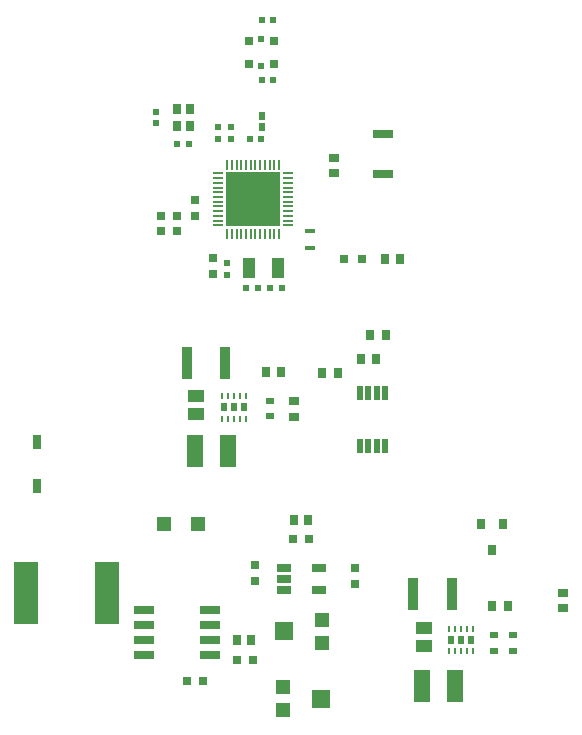
<source format=gtp>
G04*
G04 #@! TF.GenerationSoftware,Altium Limited,Altium Designer,19.1.8 (144)*
G04*
G04 Layer_Color=8421504*
%FSLAX25Y25*%
%MOIN*%
G70*
G01*
G75*
%ADD19R,0.02488X0.02976*%
%ADD20R,0.02953X0.03150*%
%ADD21R,0.01968X0.02284*%
%ADD22R,0.01968X0.02559*%
%ADD23R,0.02362X0.01968*%
G04:AMPARAMS|DCode=24|XSize=9.84mil|YSize=19.68mil|CornerRadius=1.97mil|HoleSize=0mil|Usage=FLASHONLY|Rotation=180.000|XOffset=0mil|YOffset=0mil|HoleType=Round|Shape=RoundedRectangle|*
%AMROUNDEDRECTD24*
21,1,0.00984,0.01575,0,0,180.0*
21,1,0.00591,0.01968,0,0,180.0*
1,1,0.00394,-0.00295,0.00787*
1,1,0.00394,0.00295,0.00787*
1,1,0.00394,0.00295,-0.00787*
1,1,0.00394,-0.00295,-0.00787*
%
%ADD24ROUNDEDRECTD24*%
%ADD25R,0.03347X0.02953*%
%ADD26R,0.02756X0.03347*%
%ADD27R,0.03150X0.02362*%
%ADD28R,0.02756X0.03543*%
%ADD29R,0.03543X0.02756*%
%ADD30R,0.01968X0.02362*%
%ADD31R,0.02953X0.03150*%
%ADD32R,0.03150X0.02953*%
%ADD33R,0.06693X0.03150*%
%ADD34R,0.01968X0.04528*%
%ADD35R,0.02953X0.03347*%
%ADD36R,0.03150X0.03543*%
%ADD37R,0.03150X0.03150*%
%ADD38R,0.03347X0.01772*%
%ADD39R,0.03071X0.03465*%
%ADD40R,0.03937X0.07087*%
%ADD41O,0.00787X0.03740*%
%ADD42O,0.03740X0.00787*%
%ADD43R,0.18110X0.18110*%
%ADD44R,0.05315X0.04134*%
%ADD45R,0.03740X0.10630*%
%ADD46R,0.05512X0.10630*%
%ADD47R,0.02756X0.04724*%
%ADD48R,0.07874X0.20866*%
G04:AMPARAMS|DCode=49|XSize=25.59mil|YSize=47.24mil|CornerRadius=1.92mil|HoleSize=0mil|Usage=FLASHONLY|Rotation=90.000|XOffset=0mil|YOffset=0mil|HoleType=Round|Shape=RoundedRectangle|*
%AMROUNDEDRECTD49*
21,1,0.02559,0.04341,0,0,90.0*
21,1,0.02175,0.04724,0,0,90.0*
1,1,0.00384,0.02170,0.01088*
1,1,0.00384,0.02170,-0.01088*
1,1,0.00384,-0.02170,-0.01088*
1,1,0.00384,-0.02170,0.01088*
%
%ADD49ROUNDEDRECTD49*%
%ADD50R,0.04724X0.04724*%
%ADD51R,0.05906X0.06299*%
%ADD52R,0.04921X0.04803*%
%ADD53R,0.06890X0.02559*%
D19*
X170000Y47240D02*
D03*
X166724Y47240D02*
D03*
X173276D02*
D03*
X97576Y124800D02*
D03*
X91024D02*
D03*
X94300Y124800D02*
D03*
D20*
X99465Y246802D02*
D03*
X107535D02*
D03*
X99465Y239321D02*
D03*
X107535D02*
D03*
D21*
X103500Y247628D02*
D03*
Y238494D02*
D03*
D22*
X103535Y218270D02*
D03*
Y222010D02*
D03*
D23*
X106417Y164500D02*
D03*
X110354D02*
D03*
X102354D02*
D03*
X98417D02*
D03*
X99528Y214124D02*
D03*
X103465D02*
D03*
X107468Y233800D02*
D03*
X103532D02*
D03*
X79408Y212500D02*
D03*
X75471D02*
D03*
X103545Y253796D02*
D03*
X107482D02*
D03*
D24*
X166063Y50980D02*
D03*
X168032D02*
D03*
X170000D02*
D03*
X171968D02*
D03*
X173937D02*
D03*
Y43500D02*
D03*
X171968D02*
D03*
X170000D02*
D03*
X168032D02*
D03*
X166063D02*
D03*
X90363Y121060D02*
D03*
X92331D02*
D03*
X94300D02*
D03*
X96268D02*
D03*
X98237D02*
D03*
Y128540D02*
D03*
X96268D02*
D03*
X94300D02*
D03*
X92331D02*
D03*
X90363D02*
D03*
D25*
X204000Y58039D02*
D03*
Y62961D02*
D03*
X127600Y202741D02*
D03*
Y207859D02*
D03*
D26*
X119161Y87200D02*
D03*
X114239D02*
D03*
X95239Y47200D02*
D03*
X100161D02*
D03*
X144754Y174269D02*
D03*
X149676D02*
D03*
D27*
X181000Y43685D02*
D03*
Y48803D02*
D03*
X187500Y43685D02*
D03*
Y48803D02*
D03*
X106300Y126859D02*
D03*
Y121741D02*
D03*
D28*
X129103Y136300D02*
D03*
X123591D02*
D03*
D29*
X114300Y121544D02*
D03*
Y127056D02*
D03*
D30*
X68200Y223369D02*
D03*
Y219431D02*
D03*
X92100Y172900D02*
D03*
Y168963D02*
D03*
X88900Y214131D02*
D03*
Y218069D02*
D03*
X93235Y214135D02*
D03*
Y218072D02*
D03*
D31*
X75300Y188600D02*
D03*
X69985D02*
D03*
Y183400D02*
D03*
X75300D02*
D03*
X119457Y80900D02*
D03*
X114143D02*
D03*
X100600Y40600D02*
D03*
X95285D02*
D03*
X78742Y33400D02*
D03*
X84057D02*
D03*
D32*
X87400Y169285D02*
D03*
Y174600D02*
D03*
X81300Y188643D02*
D03*
Y193957D02*
D03*
X101500Y72158D02*
D03*
Y66843D02*
D03*
X134800Y65943D02*
D03*
Y71258D02*
D03*
D33*
X144000Y215993D02*
D03*
Y202607D02*
D03*
D34*
X144814Y129706D02*
D03*
X141959D02*
D03*
X139105D02*
D03*
X136251D02*
D03*
X144814Y111989D02*
D03*
X141959D02*
D03*
X139105D02*
D03*
X136251D02*
D03*
D35*
X144918Y148800D02*
D03*
X139800D02*
D03*
X141859Y140800D02*
D03*
X136741D02*
D03*
X104941Y136700D02*
D03*
X110059D02*
D03*
X180500Y58500D02*
D03*
X185618D02*
D03*
D36*
X180400Y77069D02*
D03*
X176660Y85731D02*
D03*
X184140D02*
D03*
D37*
X137022Y174269D02*
D03*
X131116D02*
D03*
D38*
X119700Y183653D02*
D03*
Y177747D02*
D03*
D39*
X75376Y218585D02*
D03*
Y224215D02*
D03*
X79824Y218585D02*
D03*
Y224215D02*
D03*
D40*
X99200Y171200D02*
D03*
X109043D02*
D03*
D41*
X92073Y182490D02*
D03*
X93648D02*
D03*
X95223D02*
D03*
X96798D02*
D03*
X98372D02*
D03*
X99947D02*
D03*
X101522D02*
D03*
X103097D02*
D03*
X104672D02*
D03*
X106246D02*
D03*
X107821D02*
D03*
X109396D02*
D03*
Y205718D02*
D03*
X107821D02*
D03*
X106246D02*
D03*
X104672D02*
D03*
X103097D02*
D03*
X101522D02*
D03*
X99947D02*
D03*
X98372D02*
D03*
X96798D02*
D03*
X95223D02*
D03*
X93648D02*
D03*
X92073D02*
D03*
D42*
X112349Y185442D02*
D03*
Y187017D02*
D03*
Y188592D02*
D03*
Y190167D02*
D03*
Y191742D02*
D03*
Y193316D02*
D03*
Y194891D02*
D03*
Y196466D02*
D03*
Y198041D02*
D03*
Y199616D02*
D03*
Y201191D02*
D03*
Y202765D02*
D03*
X89121D02*
D03*
Y201191D02*
D03*
Y199616D02*
D03*
Y198041D02*
D03*
Y196466D02*
D03*
Y194891D02*
D03*
Y193316D02*
D03*
Y191742D02*
D03*
Y190167D02*
D03*
Y188592D02*
D03*
Y187017D02*
D03*
Y185442D02*
D03*
D43*
X100735Y194104D02*
D03*
D44*
X81700Y128553D02*
D03*
Y122647D02*
D03*
X157600Y51253D02*
D03*
Y45347D02*
D03*
D45*
X91398Y139500D02*
D03*
X78602D02*
D03*
X166898Y62500D02*
D03*
X154102D02*
D03*
D46*
X81473Y110300D02*
D03*
X92300D02*
D03*
X157173Y32000D02*
D03*
X168000D02*
D03*
D47*
X28600Y113284D02*
D03*
Y98716D02*
D03*
D48*
X24917Y63000D02*
D03*
X52083D02*
D03*
D49*
X122607Y71240D02*
D03*
Y63760D02*
D03*
X110993D02*
D03*
Y67500D02*
D03*
Y71240D02*
D03*
D50*
X123787Y46163D02*
D03*
Y54037D02*
D03*
X110713Y31637D02*
D03*
Y23763D02*
D03*
D51*
X110991Y50100D02*
D03*
X123509Y27700D02*
D03*
D52*
X82507Y85800D02*
D03*
X70893D02*
D03*
D53*
X86324Y42200D02*
D03*
Y47200D02*
D03*
Y52200D02*
D03*
Y57200D02*
D03*
X64276Y42200D02*
D03*
Y47200D02*
D03*
Y52200D02*
D03*
Y57200D02*
D03*
M02*

</source>
